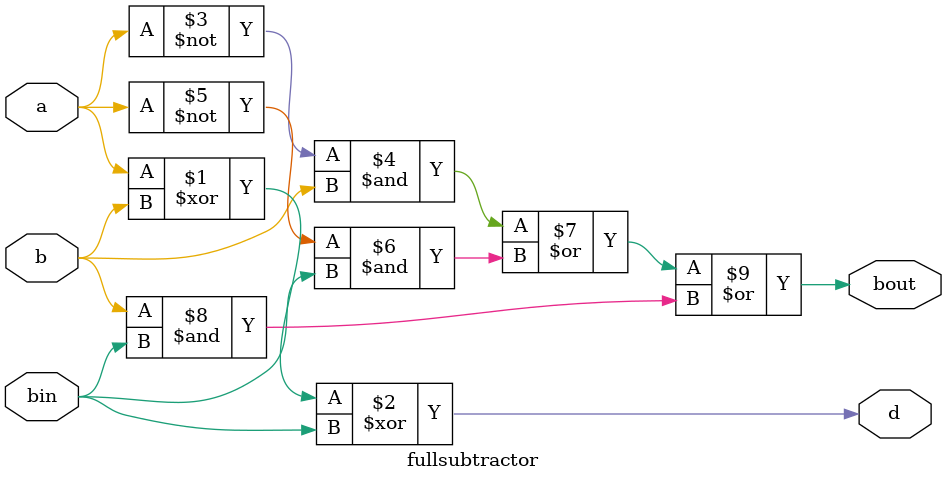
<source format=v>
`timescale 1ns / 1ps

module fullsubtractor(input a,b,bin,
                      output  d,
                      output  bout);
                                          
assign d=(a^b^bin);
assign bout=(~a&b)|(~a&bin)|(b&bin);
                      
endmodule

</source>
